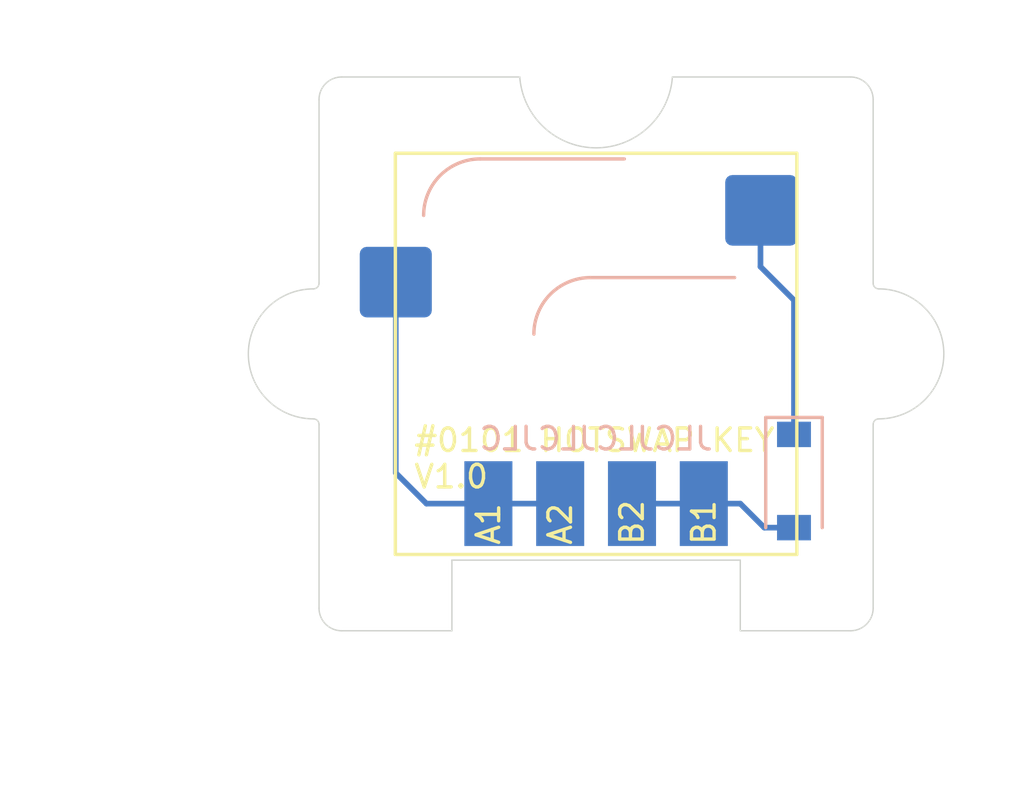
<source format=kicad_pcb>
(kicad_pcb (version 20211014) (generator pcbnew)
  (title_block (title "#0101 HOTSWAP KEY") (date "2022-09-09") (rev "V1.0"))
  (layers (0 "F.Cu" signal) (31 "B.Cu" signal) (34 "B.Paste" user) (35 "F.Paste" user) (36 "B.SilkS" user "B.Silkscreen") (37 "F.SilkS" user "F.Silkscreen") (38 "B.Mask" user) (39 "F.Mask" user) (44 "Edge.Cuts" user))
  (net 0 "")
  (net 1 "Net-(D1-Pad1)")
  (net 2 "/KEY_A_IN")
  (net 3 "/KEY_B_IN")
  (footprint "MountingHole:MountingHole_2.2mm_M2" (layer "F.Cu") (at 120 110)
    (fp_text reference "H1" hide)
    (fp_text value "MountingHole")
    (pad "" np_thru_hole circle (at 0 0) (size 2.2 2.2) (drill 2.2) (layers *.Cu *.Mask))
  )
  (footprint "MountingHole:MountingHole_2.2mm_M2" (layer "F.Cu") (at 100 110)
    (fp_text reference "H2" hide)
    (fp_text value "MountingHole")
    (pad "" np_thru_hole circle (at 0 0) (size 2.2 2.2) (drill 2.2) (layers *.Cu *.Mask))
  )
  (footprint "Switch_Keyboard_Hotswap_Kailh:SW_Hotswap_Kailh_MX_1.00u" (layer "F.Cu") (at 110 110)
    (fp_text reference "SW1" hide)
    (fp_text value "SW_Push")
    (fp_line (start -4.1 -6.9) (end 1 -6.9) (layer "B.SilkS") (width 0.12))
    (fp_line (start -0.2 -2.7) (end 4.9 -2.7) (layer "B.SilkS") (width 0.12))
    (fp_arc (start -2.2 -0.7) (mid -1.614214 -2.114214) (end -0.2 -2.7) (layer "B.SilkS") (width 0.12))
    (fp_arc (start -6.1 -4.9) (mid -5.514214 -6.314214) (end -4.1 -6.9) (layer "B.SilkS") (width 0.12))
    (fp_line (start -7.1 -7.1) (end -7.1 7.1) (layer "F.SilkS") (width 0.12))
    (fp_line (start -7.1 7.1) (end 7.1 7.1) (layer "F.SilkS") (width 0.12))
    (fp_line (start 7.1 -7.1) (end -7.1 -7.1) (layer "F.SilkS") (width 0.12))
    (fp_line (start 7.1 7.1) (end 7.1 -7.1) (layer "F.SilkS") (width 0.12))
    (pad "" np_thru_hole circle locked (at 5.08 0) (size 1.75 1.75) (drill 1.75) (layers *.Cu *.Mask))
    (pad "" np_thru_hole circle locked (at 2.54 -5.08) (size 3.05 3.05) (drill 3.05) (layers *.Cu *.Mask))
    (pad "" np_thru_hole circle locked (at -3.81 -2.54) (size 3.05 3.05) (drill 3.05) (layers *.Cu *.Mask))
    (pad "" np_thru_hole circle locked (at -5.08 0) (size 1.75 1.75) (drill 1.75) (layers *.Cu *.Mask))
    (pad "" np_thru_hole circle locked (at 0 0) (size 4 4) (drill 4) (layers *.Cu *.Mask))
    (pad "1" smd roundrect locked (at -7.085 -2.54) (size 2.55 2.5) (layers "B.Cu" "B.Paste" "B.Mask") (roundrect_rratio 0.1) (net 3 "/KEY_B_IN"))
    (pad "2" smd roundrect locked (at 5.842 -5.08) (size 2.55 2.5) (layers "B.Cu" "B.Paste" "B.Mask") (roundrect_rratio 0.1) (net 1 "Net-(D1-Pad1)"))
  )
  (footprint "Diode_SMD:D_SOD-123" (layer "B.Cu") (at 117 114.5 -90)
    (fp_text reference "D1" hide)
    (fp_text value "D")
    (fp_line (start -2.25 -1) (end 1.65 -1) (layer "B.SilkS") (width 0.12))
    (fp_line (start -2.25 1) (end 1.65 1) (layer "B.SilkS") (width 0.12))
    (fp_line (start -2.25 1) (end -2.25 -1) (layer "B.SilkS") (width 0.12))
    (pad "1" smd rect (at -1.65 0 270) (size 0.9 1.2) (layers "B.Cu" "B.Paste" "B.Mask") (net 1 "Net-(D1-Pad1)"))
    (pad "2" smd rect (at 1.65 0 270) (size 0.9 1.2) (layers "B.Cu" "B.Paste" "B.Mask") (net 2 "/KEY_A_IN"))
  )
  (footprint "JLC-SMT:PinHeader_1x04_P2.54mm_Horizontal_SMD" (layer "B.Cu") (at 106.19 117.3 -90)
    (fp_text reference "J1" hide)
    (fp_text value "Conn_01x04")
    (pad "1" smd rect (at -2 0 270) (size 3 1.7) (layers "B.Cu" "B.Paste" "B.Mask") (net 3 "/KEY_B_IN"))
    (pad "2" smd rect (at -2 -2.54 270) (size 3 1.7) (layers "B.Cu" "B.Paste" "B.Mask") (net 3 "/KEY_B_IN"))
    (pad "3" smd rect (at -2 -5.08 270) (size 3 1.7) (layers "B.Cu" "B.Paste" "B.Mask") (net 2 "/KEY_A_IN"))
    (pad "4" smd rect (at -2 -7.62 270) (size 3 1.7) (layers "B.Cu" "B.Paste" "B.Mask") (net 2 "/KEY_A_IN"))
  )
  (gr_line (start 107.3 100.2) (end 101 100.2) (layer "Edge.Cuts") (width 0.05))
  (gr_line (start 100.2 112.5) (end 100.2 119) (layer "Edge.Cuts") (width 0.05))
  (gr_arc (start 120 107.699999) (mid 122.300001 110) (end 120 112.300001) (layer "Edge.Cuts") (width 0.05))
  (gr_arc (start 100.2 101) (mid 100.434315 100.434315) (end 101 100.2) (layer "Edge.Cuts") (width 0.05))
  (gr_arc (start 100 112.3) (mid 97.7 110) (end 100 107.7) (layer "Edge.Cuts") (width 0.05))
  (gr_line (start 100.2 101) (end 100.2 107.5) (layer "Edge.Cuts") (width 0.05))
  (gr_arc (start 100.2 107.5) (mid 100.141421 107.641421) (end 100 107.7) (layer "Edge.Cuts") (width 0.05))
  (gr_line (start 119 119.8) (end 115.1 119.8) (layer "Edge.Cuts") (width 0.05))
  (gr_arc (start 119.8 119) (mid 119.565685 119.565685) (end 119 119.8) (layer "Edge.Cuts") (width 0.05))
  (gr_line (start 115.1 119.8) (end 115.1 117.3) (layer "Edge.Cuts") (width 0.05))
  (gr_arc (start 120 107.699999) (mid 119.858579 107.641421) (end 119.800001 107.5) (layer "Edge.Cuts") (width 0.05))
  (gr_arc (start 101 119.8) (mid 100.434315 119.565685) (end 100.2 119) (layer "Edge.Cuts") (width 0.05))
  (gr_line (start 112.7 100.2) (end 119 100.2) (layer "Edge.Cuts") (width 0.05))
  (gr_arc (start 119 100.2) (mid 119.565685 100.434315) (end 119.8 101) (layer "Edge.Cuts") (width 0.05))
  (gr_line (start 101 119.8) (end 104.9 119.8) (layer "Edge.Cuts") (width 0.05))
  (gr_arc (start 112.7 100.2) (mid 110 102.707397) (end 107.3 100.2) (layer "Edge.Cuts") (width 0.05))
  (gr_arc (start 100 112.3) (mid 100.141421 112.358579) (end 100.2 112.5) (layer "Edge.Cuts") (width 0.05))
  (gr_line (start 119.8 101) (end 119.800001 107.5) (layer "Edge.Cuts") (width 0.05))
  (gr_arc (start 119.800001 112.5) (mid 119.858579 112.358579) (end 120 112.300001) (layer "Edge.Cuts") (width 0.05))
  (gr_line (start 119.8 119) (end 119.800001 112.5) (layer "Edge.Cuts") (width 0.05))
  (gr_line (start 104.9 117.3) (end 104.9 119.8) (layer "Edge.Cuts") (width 0.05))
  (gr_line (start 115.1 117.3) (end 104.9 117.3) (layer "Edge.Cuts") (width 0.05))
  (gr_text "JLCJLCJLCJLC" (at 110 113) (layer "B.SilkS") (effects (font (size 0.8 0.8) (thickness 0.12)) (justify mirror)))
  (gr_text "A1" (at 106.19 116.825 90) (layer "F.SilkS") (effects (font (size 0.8 0.8) (thickness 0.12)) (justify left)))
  (gr_text "B2" (at 111.27 116.825 90) (layer "F.SilkS") (effects (font (size 0.8 0.8) (thickness 0.12)) (justify left)))
  (gr_text "#0101 HOTSWAP KEY\nV1.0" (at 103.5 113.7) (layer "F.SilkS") (effects (font (size 0.8 0.8) (thickness 0.12)) (justify left)))
  (gr_text "B1" (at 113.81 116.825 90) (layer "F.SilkS") (effects (font (size 0.8 0.8) (thickness 0.12)) (justify left)))
  (gr_text "A2" (at 108.73 116.825 90) (layer "F.SilkS") (effects (font (size 0.8 0.8) (thickness 0.12)) (justify left)))
  (segment (start 117 108.1) (end 117 112.85) (width 0.2) (layer "B.Cu") (net 1))
  (segment (start 115.815 106.915) (end 117 108.1) (width 0.2) (layer "B.Cu") (net 1))
  (segment (start 115.815 104.92) (end 115.815 106.915) (width 0.2) (layer "B.Cu") (net 1))
  (segment (start 115.1 115.3) (end 111.27 115.3) (width 0.2) (layer "B.Cu") (net 2))
  (segment (start 117 116.15) (end 115.95 116.15) (width 0.2) (layer "B.Cu") (net 2))
  (segment (start 115.95 116.15) (end 115.1 115.3) (width 0.2) (layer "B.Cu") (net 2))
  (segment (start 102.915 107.46) (end 102.915 114.215) (width 0.2) (layer "B.Cu") (net 3))
  (segment (start 104 115.3) (end 108.73 115.3) (width 0.2) (layer "B.Cu") (net 3))
  (segment (start 102.915 114.215) (end 104 115.3) (width 0.2) (layer "B.Cu") (net 3))
)
</source>
